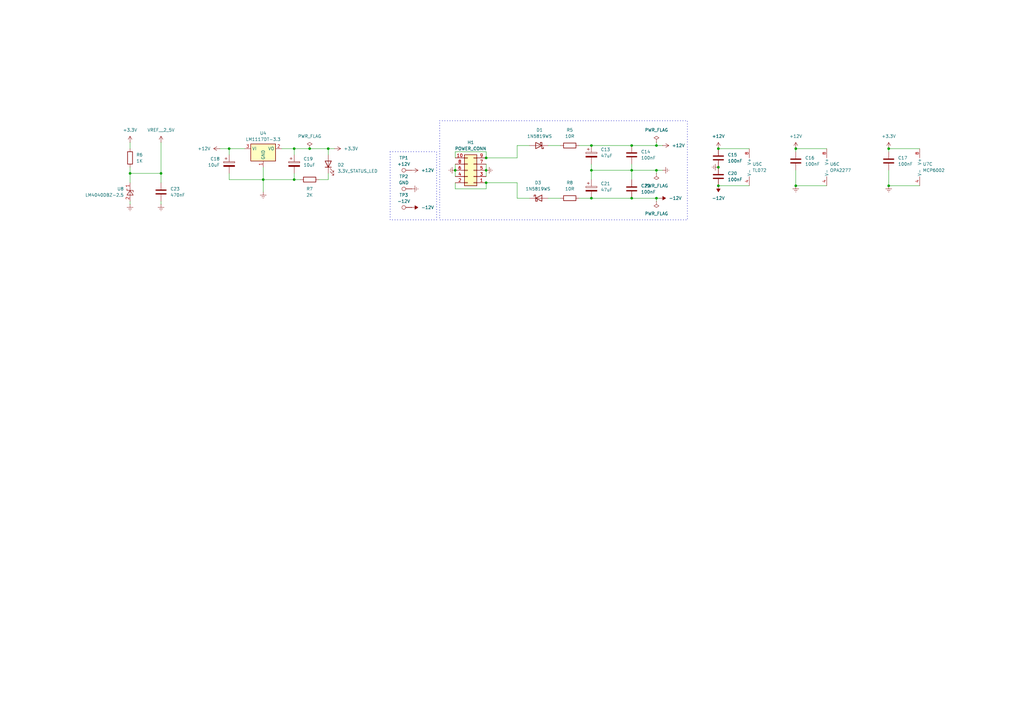
<source format=kicad_sch>
(kicad_sch (version 20231120) (generator "eeschema") (generator_version "8.0")
  (paper "A3")
  (lib_symbols
    (symbol "Amplifier_Operational:MCP6002-xSN" (pin_names (offset 0.127))
      (property "Reference" "U" (at 0 5.08 0))
      (property "Value" "MCP6002-xSN" (at 0 -5.08 0))
      (symbol "MCP6002-xSN_1_1"
        (polyline (pts (xy -5.08 5.08) (xy 5.08 0) (xy -5.08 -5.08) (xy -5.08 5.08)) (stroke (width 0.254)) (fill (type background)))
        (pin output line (at 7.62 0 180) (length 2.54) (name "~") (number "1"))
        (pin input line (at -7.62 -2.54 0) (length 2.54) (name "-") (number "2"))
        (pin input line (at -7.62 2.54 0) (length 2.54) (name "+") (number "3"))
      )
      (symbol "MCP6002-xSN_2_1"
        (polyline (pts (xy -5.08 5.08) (xy 5.08 0) (xy -5.08 -5.08) (xy -5.08 5.08)) (stroke (width 0.254)) (fill (type background)))
        (pin input line (at -7.62 2.54 0) (length 2.54) (name "+") (number "5"))
        (pin input line (at -7.62 -2.54 0) (length 2.54) (name "-") (number "6"))
        (pin output line (at 7.62 0 180) (length 2.54) (name "~") (number "7"))
      )
      (symbol "MCP6002-xSN_3_1"
        (pin power_in line (at -2.54 -7.62 90) (length 3.81) (name "V-") (number "4"))
        (pin power_in line (at -2.54 7.62 270) (length 3.81) (name "V+") (number "8"))
      )
    )
    (symbol "Amplifier_Operational:OPA2277" (pin_names (offset 0.127))
      (property "Reference" "U" (at 0 5.08 0))
      (property "Value" "OPA2277" (at 0 -5.08 0))
      (symbol "OPA2277_1_1"
        (polyline (pts (xy -5.08 5.08) (xy 5.08 0) (xy -5.08 -5.08) (xy -5.08 5.08)) (stroke (width 0.254)) (fill (type background)))
        (pin output line (at 7.62 0 180) (length 2.54) (name "~") (number "1"))
        (pin input line (at -7.62 -2.54 0) (length 2.54) (name "-") (number "2"))
        (pin input line (at -7.62 2.54 0) (length 2.54) (name "+") (number "3"))
      )
      (symbol "OPA2277_2_1"
        (polyline (pts (xy -5.08 5.08) (xy 5.08 0) (xy -5.08 -5.08) (xy -5.08 5.08)) (stroke (width 0.254)) (fill (type background)))
        (pin input line (at -7.62 2.54 0) (length 2.54) (name "+") (number "5"))
        (pin input line (at -7.62 -2.54 0) (length 2.54) (name "-") (number "6"))
        (pin output line (at 7.62 0 180) (length 2.54) (name "~") (number "7"))
      )
      (symbol "OPA2277_3_1"
        (pin power_in line (at -2.54 -7.62 90) (length 3.81) (name "V-") (number "4"))
        (pin power_in line (at -2.54 7.62 270) (length 3.81) (name "V+") (number "8"))
      )
    )
    (symbol "Amplifier_Operational:TL072" (pin_names (offset 0.127))
      (property "Reference" "U" (at 0 5.08 0))
      (property "Value" "TL072" (at 0 -5.08 0))
      (symbol "TL072_1_1"
        (polyline (pts (xy -5.08 5.08) (xy 5.08 0) (xy -5.08 -5.08) (xy -5.08 5.08)) (stroke (width 0.254)) (fill (type background)))
        (pin output line (at 7.62 0 180) (length 2.54) (name "~") (number "1"))
        (pin input line (at -7.62 -2.54 0) (length 2.54) (name "-") (number "2"))
        (pin input line (at -7.62 2.54 0) (length 2.54) (name "+") (number "3"))
      )
      (symbol "TL072_2_1"
        (polyline (pts (xy -5.08 5.08) (xy 5.08 0) (xy -5.08 -5.08) (xy -5.08 5.08)) (stroke (width 0.254)) (fill (type background)))
        (pin input line (at -7.62 2.54 0) (length 2.54) (name "+") (number "5"))
        (pin input line (at -7.62 -2.54 0) (length 2.54) (name "-") (number "6"))
        (pin output line (at 7.62 0 180) (length 2.54) (name "~") (number "7"))
      )
      (symbol "TL072_3_1"
        (pin power_in line (at -2.54 -7.62 90) (length 3.81) (name "V-") (number "4"))
        (pin power_in line (at -2.54 7.62 270) (length 3.81) (name "V+") (number "8"))
      )
    )
    (symbol "Connector:TestPoint" (pin_numbers hide) (pin_names (offset 0.762) hide)
      (property "Reference" "TP" (at 0 6.858 0))
      (property "Value" "TestPoint" (at 0 5.08 0))
      (symbol "TestPoint_0_1"
        (circle (center 0 3.302) (radius 0.762))
      )
      (symbol "TestPoint_1_1"
        (pin passive line (at 0 0 90) (length 2.54) (name "1") (number "1"))
      )
    )
    (symbol "Device:C" (pin_numbers hide) (pin_names (offset 0.254))
      (property "Reference" "C" (at 0.635 2.54 0))
      (property "Value" "C" (at 0.635 -2.54 0))
      (symbol "C_0_1"
        (polyline (pts (xy -2.032 -0.762) (xy 2.032 -0.762)) (stroke (width 0.508)))
        (polyline (pts (xy -2.032 0.762) (xy 2.032 0.762)) (stroke (width 0.508)))
      )
      (symbol "C_1_1"
        (pin passive line (at 0 3.81 270) (length 2.794) (name "~") (number "1"))
        (pin passive line (at 0 -3.81 90) (length 2.794) (name "~") (number "2"))
      )
    )
    (symbol "Device:C_Polarized" (pin_numbers hide) (pin_names (offset 0.254))
      (property "Reference" "C" (at 0.635 2.54 0))
      (property "Value" "C_Polarized" (at 0.635 -2.54 0))
      (symbol "C_Polarized_0_1"
        (rectangle (start -2.286 0.508) (end 2.286 1.016))
        (polyline (pts (xy -1.778 2.286) (xy -0.762 2.286)))
        (polyline (pts (xy -1.27 2.794) (xy -1.27 1.778)))
        (rectangle (start 2.286 -0.508) (end -2.286 -1.016) (fill (type outline)))
      )
      (symbol "C_Polarized_1_1"
        (pin passive line (at 0 3.81 270) (length 2.794) (name "~") (number "1"))
        (pin passive line (at 0 -3.81 90) (length 2.794) (name "~") (number "2"))
      )
    )
    (symbol "Device:LED" (pin_numbers hide) (pin_names (offset 1.016) hide)
      (property "Reference" "D" (at 0 2.54 0))
      (property "Value" "LED" (at 0 -2.54 0))
      (symbol "LED_0_1"
        (polyline (pts (xy -1.27 -1.27) (xy -1.27 1.27)) (stroke (width 0.254)))
        (polyline (pts (xy -1.27 0) (xy 1.27 0)))
        (polyline (pts (xy 1.27 -1.27) (xy 1.27 1.27) (xy -1.27 0) (xy 1.27 -1.27)) (stroke (width 0.254)))
        (polyline (pts (xy -3.048 -0.762) (xy -4.572 -2.286) (xy -3.81 -2.286) (xy -4.572 -2.286) (xy -4.572 -1.524)))
        (polyline (pts (xy -1.778 -0.762) (xy -3.302 -2.286) (xy -2.54 -2.286) (xy -3.302 -2.286) (xy -3.302 -1.524)))
      )
      (symbol "LED_1_1"
        (pin passive line (at -3.81 0 0) (length 2.54) (name "K") (number "1"))
        (pin passive line (at 3.81 0 180) (length 2.54) (name "A") (number "2"))
      )
    )
    (symbol "Device:R" (pin_numbers hide) (pin_names (offset 0))
      (property "Reference" "R" (at 2.032 0 90))
      (property "Value" "R" (at 0 0 90))
      (symbol "R_0_1"
        (rectangle (start -1.016 -2.54) (end 1.016 2.54) (stroke (width 0.254)))
      )
      (symbol "R_1_1"
        (pin passive line (at 0 3.81 270) (length 1.27) (name "~") (number "1"))
        (pin passive line (at 0 -3.81 90) (length 1.27) (name "~") (number "2"))
      )
    )
    (symbol "Diode:1N5819WS" (pin_numbers hide) (pin_names (offset 1.016) hide)
      (property "Reference" "D" (at 0 2.54 0))
      (property "Value" "1N5819WS" (at 0 -2.54 0))
      (symbol "1N5819WS_0_1"
        (polyline (pts (xy 1.27 0) (xy -1.27 0)))
        (polyline (pts (xy 1.27 1.27) (xy 1.27 -1.27) (xy -1.27 0) (xy 1.27 1.27)) (stroke (width 0.254)))
        (polyline (pts (xy -1.905 0.635) (xy -1.905 1.27) (xy -1.27 1.27) (xy -1.27 -1.27) (xy -0.635 -1.27) (xy -0.635 -0.635)) (stroke (width 0.254)))
      )
      (symbol "1N5819WS_1_1"
        (pin passive line (at -3.81 0 0) (length 2.54) (name "K") (number "1"))
        (pin passive line (at 3.81 0 180) (length 2.54) (name "A") (number "2"))
      )
    )
    (symbol "Reference_Voltage:LM4040DBZ-2.5" (pin_names (offset 0.0254) hide)
      (property "Reference" "U" (at 0 2.54 0))
      (property "Value" "LM4040DBZ-2.5" (at 0 -3.175 0))
      (symbol "LM4040DBZ-2.5_0_1"
        (polyline (pts (xy -1.27 0) (xy 0 0) (xy 1.27 0)))
        (polyline (pts (xy -1.27 -1.27) (xy 0.635 0) (xy -1.27 1.27) (xy -1.27 -1.27)) (stroke (width 0.2032)))
        (polyline (pts (xy 0 -1.27) (xy 0.635 -1.27) (xy 0.635 1.27) (xy 1.27 1.27)) (stroke (width 0.2032)))
      )
      (symbol "LM4040DBZ-2.5_1_1"
        (pin passive line (at 3.81 0 180) (length 2.54) (name "K") (number "1"))
        (pin passive line (at -3.81 0 0) (length 2.54) (name "A") (number "2"))
        (pin no_connect line (at -1.27 0 0) (length 2.54) hide (name "NC") (number "3"))
      )
    )
    (symbol "Regulator_Linear:LM1117DT-3.3"
      (property "Reference" "U" (at -3.81 3.175 0))
      (property "Value" "LM1117DT-3.3" (at 0 3.175 0))
      (symbol "LM1117DT-3.3_0_1"
        (rectangle (start -5.08 -5.08) (end 5.08 1.905) (stroke (width 0.254)) (fill (type background)))
      )
      (symbol "LM1117DT-3.3_1_1"
        (pin power_in line (at 0 -7.62 90) (length 2.54) (name "GND") (number "1"))
        (pin power_out line (at 7.62 0 180) (length 2.54) (name "VO") (number "2"))
        (pin power_in line (at -7.62 0 0) (length 2.54) (name "VI") (number "3"))
      )
    )
    (symbol "power:+12V" (power) (pin_numbers hide) (pin_names (offset 0) hide)
      (property "Value" "+12V" (at 0 3.556 0))
      (symbol "+12V_0_1"
        (polyline (pts (xy -0.762 1.27) (xy 0 2.54)))
        (polyline (pts (xy 0 0) (xy 0 2.54)))
        (polyline (pts (xy 0 2.54) (xy 0.762 1.27)))
      )
      (symbol "+12V_1_1"
        (pin power_in line (at 0 0 90) (length 0) (name "~") (number "1"))
      )
    )
    (symbol "power:+3.3V" (power) (pin_numbers hide) (pin_names (offset 0) hide)
      (property "Value" "+3.3V" (at 0 3.556 0))
      (symbol "+3.3V_0_1"
        (polyline (pts (xy -0.762 1.27) (xy 0 2.54)))
        (polyline (pts (xy 0 0) (xy 0 2.54)))
        (polyline (pts (xy 0 2.54) (xy 0.762 1.27)))
      )
      (symbol "+3.3V_1_1"
        (pin power_in line (at 0 0 90) (length 0) (name "~") (number "1"))
      )
    )
    (symbol "power:-12V" (power) (pin_numbers hide) (pin_names (offset 0) hide)
      (property "Value" "-12V" (at 0 3.556 0))
      (symbol "-12V_0_0"
        (pin power_in line (at 0 0 90) (length 0) (name "~") (number "1"))
      )
      (symbol "-12V_0_1"
        (polyline (pts (xy 0 0) (xy 0 1.27) (xy 0.762 1.27) (xy 0 2.54) (xy -0.762 1.27) (xy 0 1.27)) (fill (type outline)))
      )
    )
    (symbol "power:GNDREF" (power) (pin_numbers hide) (pin_names (offset 0) hide)
      (property "Value" "GNDREF" (at 0 -3.81 0))
      (symbol "GNDREF_0_1"
        (polyline (pts (xy -0.635 -1.905) (xy 0.635 -1.905)))
        (polyline (pts (xy -0.127 -2.54) (xy 0.127 -2.54)))
        (polyline (pts (xy 0 -1.27) (xy 0 0)))
        (polyline (pts (xy 1.27 -1.27) (xy -1.27 -1.27)))
      )
      (symbol "GNDREF_1_1"
        (pin power_in line (at 0 0 270) (length 0) (name "~") (number "1"))
      )
    )
    (symbol "power:PWR_FLAG" (power) (pin_numbers hide) (pin_names (offset 0) hide)
      (property "Value" "PWR_FLAG" (at 0 3.81 0))
      (symbol "PWR_FLAG_0_0"
        (pin power_out line (at 0 0 90) (length 0) (name "~") (number "1"))
      )
      (symbol "PWR_FLAG_0_1"
        (polyline (pts (xy 0 0) (xy 0 1.27) (xy -1.016 1.905) (xy 0 2.54) (xy 1.016 1.905) (xy 0 1.27)))
      )
    )
    (symbol "power:VAA" (power) (pin_numbers hide) (pin_names (offset 0) hide)
      (property "Value" "VAA" (at 0 3.556 0))
      (symbol "VAA_0_1"
        (polyline (pts (xy -0.762 1.27) (xy 0 2.54)))
        (polyline (pts (xy 0 0) (xy 0 2.54)))
        (polyline (pts (xy 0 2.54) (xy 0.762 1.27)))
      )
      (symbol "VAA_1_1"
        (pin power_in line (at 0 0 90) (length 0) (name "~") (number "1"))
      )
    )
    (symbol "synth:Conn_02x05_EuroRack_Power" (pin_names (offset 1.016) hide)
      (property "Reference" "H13" (at 0 -11.43 0))
      (property "Value" "Conn_02x05_PWR_Eurorack" (at 0 -8.89 0))
      (symbol "Conn_02x05_EuroRack_Power_1_1"
        (rectangle (start -2.54 -4.953) (end -1.27 -5.207) (stroke (width 0.1524)))
        (rectangle (start -2.54 -2.413) (end -1.27 -2.667) (stroke (width 0.1524)))
        (rectangle (start -2.54 0.127) (end -1.27 -0.127) (stroke (width 0.1524)))
        (rectangle (start -2.54 2.667) (end -1.27 2.413) (stroke (width 0.1524)))
        (rectangle (start -2.54 5.207) (end -1.27 4.953) (stroke (width 0.1524)))
        (rectangle (start -2.54 6.35) (end 2.54 -6.35) (stroke (width 0.254)) (fill (type background)))
        (rectangle (start 2.54 -4.953) (end 1.27 -5.207) (stroke (width 0.1524)))
        (rectangle (start 2.54 -2.413) (end 1.27 -2.667) (stroke (width 0.1524)))
        (rectangle (start 2.54 0.127) (end 1.27 -0.127) (stroke (width 0.1524)))
        (rectangle (start 2.54 2.667) (end 1.27 2.413) (stroke (width 0.1524)))
        (rectangle (start 2.54 5.207) (end 1.27 4.953) (stroke (width 0.1524)))
        (pin passive line (at -6.35 5.08 0) (length 3.81) (name "Pin_1") (number "1"))
        (pin passive line (at 6.35 -5.08 180) (length 3.81) (name "Pin_10") (number "10"))
        (pin passive line (at 6.35 5.08 180) (length 3.81) (name "Pin_2") (number "2"))
        (pin passive line (at -6.35 2.54 0) (length 3.81) (name "Pin_3") (number "3"))
        (pin passive line (at 6.35 2.54 180) (length 3.81) (name "Pin_4") (number "4"))
        (pin passive line (at -6.35 0 0) (length 3.81) (name "Pin_5") (number "5"))
        (pin passive line (at 6.35 0 180) (length 3.81) (name "Pin_6") (number "6"))
        (pin passive line (at -6.35 -2.54 0) (length 3.81) (name "Pin_7") (number "7"))
        (pin passive line (at 6.35 -2.54 180) (length 3.81) (name "Pin_8") (number "8"))
        (pin passive line (at -6.35 -5.08 0) (length 3.81) (name "Pin_9") (number "9"))
      )
    )
  )
  (junction (at 294.64 76.2))
  (junction (at 259.08 59.69))
  (junction (at 259.08 81.28))
  (junction (at 364.49 60.96))
  (junction (at 53.34 71.12))
  (junction (at 107.95 73.66))
  (junction (at 199.39 69.85))
  (junction (at 199.39 64.77))
  (junction (at 326.39 76.2))
  (junction (at 120.65 60.96))
  (junction (at 294.64 60.96))
  (junction (at 269.24 81.28))
  (junction (at 259.08 69.85))
  (junction (at 120.65 73.66))
  (junction (at 242.57 69.85))
  (junction (at 127 60.96))
  (junction (at 242.57 59.69))
  (junction (at 364.49 76.2))
  (junction (at 186.69 69.85))
  (junction (at 134.62 60.96))
  (junction (at 269.24 59.69))
  (junction (at 242.57 81.28))
  (junction (at 294.64 68.58))
  (junction (at 269.24 69.85))
  (junction (at 199.39 74.93))
  (junction (at 326.39 60.96))
  (junction (at 66.04 71.12))
  (junction (at 93.98 60.96))
  (wire (pts (xy 66.04 82.55) (xy 66.04 83.82)))
  (wire (pts (xy 93.98 60.96) (xy 100.33 60.96)))
  (wire (pts (xy 294.64 76.2) (xy 307.34 76.2)))
  (wire (pts (xy 269.24 69.85) (xy 271.78 69.85)))
  (wire (pts (xy 199.39 64.77) (xy 199.39 62.23)))
  (wire (pts (xy 90.17 60.96) (xy 93.98 60.96)))
  (wire (pts (xy 199.39 74.93) (xy 212.09 74.93)))
  (wire (pts (xy 93.98 73.66) (xy 107.95 73.66)))
  (wire (pts (xy 326.39 76.2) (xy 339.09 76.2)))
  (wire (pts (xy 212.09 74.93) (xy 212.09 81.28)))
  (wire (pts (xy 107.95 73.66) (xy 120.65 73.66)))
  (wire (pts (xy 186.69 67.31) (xy 186.69 69.85)))
  (wire (pts (xy 107.95 68.58) (xy 107.95 73.66)))
  (wire (pts (xy 199.39 69.85) (xy 199.39 72.39)))
  (wire (pts (xy 186.69 62.23) (xy 186.69 64.77)))
  (wire (pts (xy 269.24 58.42) (xy 269.24 59.69)))
  (wire (pts (xy 134.62 73.66) (xy 130.81 73.66)))
  (wire (pts (xy 259.08 67.31) (xy 259.08 69.85)))
  (wire (pts (xy 212.09 81.28) (xy 217.17 81.28)))
  (wire (pts (xy 186.69 77.47) (xy 199.39 77.47)))
  (wire (pts (xy 269.24 81.28) (xy 270.51 81.28)))
  (wire (pts (xy 242.57 69.85) (xy 259.08 69.85)))
  (wire (pts (xy 212.09 64.77) (xy 199.39 64.77)))
  (wire (pts (xy 326.39 60.96) (xy 339.09 60.96)))
  (wire (pts (xy 242.57 69.85) (xy 242.57 73.66)))
  (wire (pts (xy 199.39 77.47) (xy 199.39 74.93)))
  (wire (pts (xy 137.16 60.96) (xy 134.62 60.96)))
  (wire (pts (xy 212.09 59.69) (xy 212.09 64.77)))
  (wire (pts (xy 53.34 58.42) (xy 53.34 60.96)))
  (wire (pts (xy 237.49 81.28) (xy 242.57 81.28)))
  (wire (pts (xy 120.65 63.5) (xy 120.65 60.96)))
  (wire (pts (xy 53.34 68.58) (xy 53.34 71.12)))
  (wire (pts (xy 224.79 81.28) (xy 229.87 81.28)))
  (wire (pts (xy 364.49 76.2) (xy 364.49 69.85)))
  (wire (pts (xy 66.04 71.12) (xy 66.04 74.93)))
  (wire (pts (xy 237.49 59.69) (xy 242.57 59.69)))
  (wire (pts (xy 269.24 59.69) (xy 271.78 59.69)))
  (wire (pts (xy 93.98 73.66) (xy 93.98 71.12)))
  (wire (pts (xy 364.49 62.23) (xy 364.49 60.96)))
  (wire (pts (xy 134.62 71.12) (xy 134.62 73.66)))
  (wire (pts (xy 259.08 69.85) (xy 269.24 69.85)))
  (wire (pts (xy 294.64 60.96) (xy 307.34 60.96)))
  (wire (pts (xy 127 60.96) (xy 120.65 60.96)))
  (wire (pts (xy 120.65 60.96) (xy 115.57 60.96)))
  (wire (pts (xy 269.24 82.55) (xy 269.24 81.28)))
  (wire (pts (xy 186.69 69.85) (xy 186.69 72.39)))
  (wire (pts (xy 212.09 59.69) (xy 217.17 59.69)))
  (wire (pts (xy 93.98 63.5) (xy 93.98 60.96)))
  (wire (pts (xy 199.39 67.31) (xy 199.39 69.85)))
  (wire (pts (xy 326.39 62.23) (xy 326.39 60.96)))
  (wire (pts (xy 259.08 81.28) (xy 269.24 81.28)))
  (wire (pts (xy 259.08 59.69) (xy 269.24 59.69)))
  (wire (pts (xy 326.39 69.85) (xy 326.39 76.2)))
  (wire (pts (xy 186.69 74.93) (xy 186.69 77.47)))
  (wire (pts (xy 107.95 78.74) (xy 107.95 73.66)))
  (wire (pts (xy 242.57 67.31) (xy 242.57 69.85)))
  (wire (pts (xy 127 60.96) (xy 134.62 60.96)))
  (wire (pts (xy 134.62 63.5) (xy 134.62 60.96)))
  (wire (pts (xy 199.39 62.23) (xy 186.69 62.23)))
  (wire (pts (xy 66.04 58.42) (xy 66.04 71.12)))
  (wire (pts (xy 120.65 73.66) (xy 123.19 73.66)))
  (wire (pts (xy 120.65 71.12) (xy 120.65 73.66)))
  (wire (pts (xy 364.49 76.2) (xy 377.19 76.2)))
  (wire (pts (xy 53.34 71.12) (xy 53.34 74.93)))
  (wire (pts (xy 242.57 59.69) (xy 259.08 59.69)))
  (wire (pts (xy 259.08 69.85) (xy 259.08 73.66)))
  (wire (pts (xy 269.24 71.12) (xy 269.24 69.85)))
  (wire (pts (xy 242.57 81.28) (xy 259.08 81.28)))
  (wire (pts (xy 53.34 82.55) (xy 53.34 83.82)))
  (wire (pts (xy 224.79 59.69) (xy 229.87 59.69)))
  (wire (pts (xy 53.34 71.12) (xy 66.04 71.12)))
  (wire (pts (xy 364.49 60.96) (xy 377.19 60.96)))
  (rectangle (start 160.02 62.23) (end 179.07 90.17) (stroke (width 0.254) (type dot)))
  (rectangle (start 180.34 49.53) (end 281.94 90.17) (stroke (width 0.25) (type dot)))
  (symbol (lib_id "power:GNDREF") (at 326.39 76.2 0) (unit 1)
    (property "Reference" "#PWR042" (effects (hide yes)))
    (property "Value" "GNDREF" (effects (hide yes)))
    (property "Description" "Power symbol creates a global label with name \"GNDREF\" , reference supply ground" (effects (hide yes)))
  )
  (symbol (lib_id "power:+3.3V") (at 137.16 60.96 270) (unit 1)
    (property "Reference" "#PWR032" (effects (hide yes)))
    (property "Value" "+3.3V" (at 140.97 60.9599 90) (effects (justify left)))
    (property "Description" "Power symbol creates a global label with name \"+3.3V\"" (effects (hide yes)))
  )
  (symbol (lib_id "Device:C") (at 259.08 63.5 0) (unit 1)
    (property "Reference" "C14" (at 262.89 62.2299 0) (effects (justify left)))
    (property "Value" "100nF" (at 262.89 64.7699 0) (effects (justify left)))
    (property "Footprint" "Capacitor_SMD:C_0805_2012Metric_Pad1.18x1.45mm_HandSolder" (effects (hide yes)))
    (property "Description" "Unpolarized capacitor" (effects (hide yes)))
  )
  (symbol (lib_id "power:+12V") (at 271.78 59.69 270) (unit 1)
    (property "Reference" "#PWR030" (effects (hide yes)))
    (property "Value" "+12V" (at 275.59 59.6899 90) (effects (justify left)))
    (property "Description" "Power symbol creates a global label with name \"+12V\"" (effects (hide yes)))
  )
  (symbol (lib_id "power:GNDREF") (at 107.95 78.74 0) (unit 1)
    (property "Reference" "#PWR045" (effects (hide yes)))
    (property "Value" "GNDREF" (effects (hide yes)))
    (property "Description" "Power symbol creates a global label with name \"GNDREF\" , reference supply ground" (effects (hide yes)))
  )
  (symbol (lib_id "Device:C") (at 294.64 64.77 0) (unit 1)
    (property "Reference" "C15" (at 298.45 63.4999 0) (effects (justify left)))
    (property "Value" "100nF" (at 298.45 66.0399 0) (effects (justify left)))
    (property "Footprint" "Capacitor_SMD:C_0805_2012Metric_Pad1.18x1.45mm_HandSolder" (effects (hide yes)))
    (property "Description" "Unpolarized capacitor" (effects (hide yes)))
  )
  (symbol (lib_id "Device:R") (at 233.68 81.28 90) (unit 1)
    (property "Reference" "R8" (at 233.68 74.93 90))
    (property "Value" "10R" (at 233.68 77.47 90))
    (property "Footprint" "Resistor_SMD:R_0805_2012Metric_Pad1.20x1.40mm_HandSolder" (effects (hide yes)))
    (property "Description" "Resistor" (effects (hide yes)))
  )
  (symbol (lib_id "Connector:TestPoint") (at 168.91 85.09 90) (unit 1) (in_bom no)
    (property "Reference" "TP3" (at 165.608 80.01 90))
    (property "Value" "-12V" (at 165.608 82.55 90))
    (property "Footprint" "Connector_Pin:Pin_D1.0mm_L10.0mm" (effects (hide yes)))
    (property "Description" "test point" (effects (hide yes)))
  )
  (symbol (lib_id "power:PWR_FLAG") (at 269.24 58.42 0) (unit 1) (exclude_from_sim yes) (in_bom no)
    (property "Reference" "#FLG02" (effects (hide yes)))
    (property "Value" "PWR_FLAG" (at 269.24 53.34 0))
    (property "Description" "Special symbol for telling ERC where power comes from" (effects (hide yes)))
  )
  (symbol (lib_id "Amplifier_Operational:OPA2277") (at 341.63 68.58 0) (unit 3)
    (property "Reference" "U6" (at 340.36 67.3099 0) (effects (justify left)))
    (property "Value" "OPA2277" (at 340.36 69.8499 0) (effects (justify left)))
    (property "Footprint" "Synth:SOIC-8" (effects (hide yes)))
    (property "Datasheet" "https://www.ti.com/lit/ds/symlink/opa2277.pdf" (effects (hide yes)))
    (property "Description" "Dual High Precision Operational Amplifiers, DIP-8/SOIC-8" (effects (hide yes)))
  )
  (symbol (lib_id "Reference_Voltage:LM4040DBZ-2.5") (at 53.34 78.74 90) (unit 1)
    (property "Reference" "U8" (at 50.8 77.4699 90) (effects (justify left)))
    (property "Value" "LM4040DBZ-2.5" (at 50.8 80.0099 90) (effects (justify left)))
    (property "Footprint" "Package_TO_SOT_SMD:SOT-23" (effects (hide yes)))
    (property "Datasheet" "http://www.ti.com/lit/ds/symlink/lm4040-n.pdf" (effects (hide yes)))
    (property "Description" "2.500V Precision Micropower Shunt Voltage Reference, SOT-23" (effects (hide yes)))
  )
  (symbol (lib_id "power:+3.3V") (at 53.34 58.42 0) (unit 1)
    (property "Reference" "#PWR028" (effects (hide yes)))
    (property "Value" "+3.3V" (at 53.34 53.34 0))
    (property "Description" "Power symbol creates a global label with name \"+3.3V\"" (effects (hide yes)))
  )
  (symbol (lib_id "Device:C_Polarized") (at 120.65 67.31 0) (unit 1)
    (property "Reference" "C19" (at 124.46 65.1509 0) (effects (justify left)))
    (property "Value" "10uF" (at 124.46 67.6909 0) (effects (justify left)))
    (property "Footprint" "Capacitor_THT:CP_Radial_D4.0mm_P2.00mm" (effects (hide yes)))
    (property "Description" "Polarized capacitor" (effects (hide yes)))
  )
  (symbol (lib_id "power:GNDREF") (at 364.49 76.2 0) (unit 1)
    (property "Reference" "#PWR043" (effects (hide yes)))
    (property "Value" "GNDREF" (effects (hide yes)))
    (property "Description" "Power symbol creates a global label with name \"GNDREF\" , reference supply ground" (effects (hide yes)))
  )
  (symbol (lib_id "Diode:1N5819WS") (at 220.98 59.69 180) (unit 1)
    (property "Reference" "D1" (at 221.2975 53.34 0))
    (property "Value" "1N5819WS" (at 221.2975 55.88 0))
    (property "Footprint" "Diode_SMD:D_SOD-323_HandSoldering" (effects (hide yes)))
    (property "Datasheet" "https://datasheet.lcsc.com/lcsc/2204281430_Guangdong-Hottech-1N5819WS_C191023.pdf" (effects (hide yes)))
    (property "Description" "40V 600mV@1A 1A SOD-323 Schottky Barrier Diodes, SOD-323" (effects (hide yes)))
  )
  (symbol (lib_id "Device:C_Polarized") (at 242.57 63.5 0) (unit 1)
    (property "Reference" "C13" (at 246.38 61.3409 0) (effects (justify left)))
    (property "Value" "47uF" (at 246.38 63.8809 0) (effects (justify left)))
    (property "Footprint" "Capacitor_THT:CP_Radial_D6.3mm_P2.50mm" (effects (hide yes)))
    (property "Description" "Polarized capacitor" (effects (hide yes)))
  )
  (symbol (lib_id "Connector:TestPoint") (at 168.91 77.47 90) (unit 1) (in_bom no)
    (property "Reference" "TP2" (at 165.608 72.39 90))
    (property "Value" "GND" (at 165.608 74.93 90))
    (property "Footprint" "Connector_Pin:Pin_D1.0mm_L10.0mm" (effects (hide yes)))
    (property "Description" "test point" (effects (hide yes)))
  )
  (symbol (lib_id "power:+12V") (at 90.17 60.96 90) (unit 1)
    (property "Reference" "#PWR031" (effects (hide yes)))
    (property "Value" "+12V" (at 86.36 60.9599 90) (effects (justify left)))
    (property "Description" "Power symbol creates a global label with name \"+12V\"" (effects (hide yes)))
  )
  (symbol (lib_id "power:GNDREF") (at 66.04 83.82 0) (unit 1)
    (property "Reference" "#PWR048" (effects (hide yes)))
    (property "Value" "GNDREF" (effects (hide yes)))
    (property "Description" "Power symbol creates a global label with name \"GNDREF\" , reference supply ground" (effects (hide yes)))
  )
  (symbol (lib_id "Device:C") (at 326.39 66.04 0) (unit 1)
    (property "Reference" "C16" (at 330.2 64.7699 0) (effects (justify left)))
    (property "Value" "100nF" (at 330.2 67.3099 0) (effects (justify left)))
    (property "Footprint" "Capacitor_SMD:C_0805_2012Metric_Pad1.18x1.45mm_HandSolder" (effects (hide yes)))
    (property "Description" "Unpolarized capacitor" (effects (hide yes)))
  )
  (symbol (lib_id "Device:R") (at 53.34 64.77 180) (unit 1)
    (property "Reference" "R6" (at 55.88 63.4999 0) (effects (justify right)))
    (property "Value" "1K" (at 55.88 66.0399 0) (effects (justify right)))
    (property "Footprint" "Resistor_SMD:R_0805_2012Metric_Pad1.20x1.40mm_HandSolder" (effects (hide yes)))
    (property "Description" "Resistor" (effects (hide yes)))
  )
  (symbol (lib_id "Device:C") (at 259.08 77.47 0) (unit 1)
    (property "Reference" "C22" (at 262.89 76.1999 0) (effects (justify left)))
    (property "Value" "100nF" (at 262.89 78.7399 0) (effects (justify left)))
    (property "Footprint" "Capacitor_SMD:C_0805_2012Metric_Pad1.18x1.45mm_HandSolder" (effects (hide yes)))
    (property "Description" "Unpolarized capacitor" (effects (hide yes)))
  )
  (symbol (lib_id "power:PWR_FLAG") (at 269.24 82.55 180) (unit 1) (exclude_from_sim yes) (in_bom no)
    (property "Reference" "#FLG05" (effects (hide yes)))
    (property "Value" "PWR_FLAG" (at 269.24 87.63 0))
    (property "Description" "Special symbol for telling ERC where power comes from" (effects (hide yes)))
  )
  (symbol (lib_id "power:GNDREF") (at 294.64 68.58 270) (unit 1)
    (property "Reference" "#PWR036" (effects (hide yes)))
    (property "Value" "GNDREF" (effects (hide yes)))
    (property "Description" "Power symbol creates a global label with name \"GNDREF\" , reference supply ground" (effects (hide yes)))
  )
  (symbol (lib_id "Regulator_Linear:LM1117DT-3.3") (at 107.95 60.96 0) (unit 1)
    (property "Reference" "U4" (at 107.95 54.61 0))
    (property "Value" "LM1117DT-3.3" (at 107.95 57.15 0))
    (property "Footprint" "Package_TO_SOT_SMD:TO-252-3_TabPin2" (effects (hide yes)))
    (property "Datasheet" "http://www.ti.com/lit/ds/symlink/lm1117.pdf" (effects (hide yes)))
    (property "Description" "800mA Low-Dropout Linear Regulator, 3.3V fixed output, TO-252" (effects (hide yes)))
  )
  (symbol (lib_id "power:PWR_FLAG") (at 127 60.96 0) (unit 1)
    (property "Reference" "#FLG03" (effects (hide yes)))
    (property "Value" "PWR_FLAG" (at 127 55.88 0))
    (property "Description" "Special symbol for telling ERC where power comes from" (effects (hide yes)))
  )
  (symbol (lib_id "Device:C_Polarized") (at 93.98 67.31 0) (unit 1)
    (property "Reference" "C18" (at 90.17 65.1509 0) (effects (justify right)))
    (property "Value" "10uF" (at 90.17 67.6909 0) (effects (justify right)))
    (property "Footprint" "Capacitor_THT:CP_Radial_D4.0mm_P2.00mm" (effects (hide yes)))
    (property "Description" "Polarized capacitor" (effects (hide yes)))
  )
  (symbol (lib_id "Device:R") (at 127 73.66 90) (unit 1)
    (property "Reference" "R7" (at 127 77.47 90))
    (property "Value" "2K" (at 127 80.01 90))
    (property "Footprint" "Resistor_SMD:R_0805_2012Metric_Pad1.20x1.40mm_HandSolder" (effects (hide yes)))
    (property "Description" "Resistor" (effects (hide yes)))
  )
  (symbol (lib_id "power:VAA") (at 66.04 58.42 0) (unit 1)
    (property "Reference" "#PWR029" (effects (hide yes)))
    (property "Value" "VREF__2_5V" (at 66.04 53.34 0))
    (property "Description" "Power symbol creates a global label with name \"VAA\"" (effects (hide yes)))
  )
  (symbol (lib_id "power:+3.3V") (at 364.49 60.96 0) (unit 1)
    (property "Reference" "#PWR035" (effects (hide yes)))
    (property "Value" "+3.3V" (at 364.49 55.88 0))
    (property "Description" "Power symbol creates a global label with name \"+3.3V\"" (effects (hide yes)))
  )
  (symbol (lib_id "Device:LED") (at 134.62 67.31 90) (unit 1)
    (property "Reference" "D2" (at 138.43 67.6274 90) (effects (justify right)))
    (property "Value" "3.3V_STATUS_LED" (at 138.43 70.1674 90) (effects (justify right)))
    (property "Footprint" "LED_SMD:LED_0805_2012Metric_Pad1.15x1.40mm_HandSolder" (effects (hide yes)))
    (property "Description" "Light emitting diode" (effects (hide yes)))
  )
  (symbol (lib_id "Amplifier_Operational:MCP6002-xSN") (at 379.73 68.58 0) (unit 3)
    (property "Reference" "U7" (at 378.46 67.3099 0) (effects (justify left)))
    (property "Value" "MCP6002" (at 378.46 69.8499 0) (effects (justify left)))
    (property "Footprint" "Synth:SOIC-8" (effects (hide yes)))
    (property "Datasheet" "http://ww1.microchip.com/downloads/en/DeviceDoc/21733j.pdf" (effects (hide yes)))
    (property "Description" "1MHz, Low-Power Op Amp, SOIC-8" (effects (hide yes)))
  )
  (symbol (lib_id "Device:C") (at 66.04 78.74 0) (unit 1)
    (property "Reference" "C23" (at 69.85 77.4699 0) (effects (justify left)))
    (property "Value" "470nF" (at 69.85 80.0099 0) (effects (justify left)))
    (property "Footprint" "Capacitor_SMD:C_0805_2012Metric_Pad1.18x1.45mm_HandSolder" (effects (hide yes)))
    (property "Description" "Unpolarized capacitor" (effects (hide yes)))
  )
  (symbol (lib_id "power:PWR_FLAG") (at 269.24 71.12 180) (unit 1) (exclude_from_sim yes) (in_bom no)
    (property "Reference" "#FLG04" (effects (hide yes)))
    (property "Value" "PWR_FLAG" (at 269.24 76.2 0))
    (property "Description" "Special symbol for telling ERC where power comes from" (effects (hide yes)))
  )
  (symbol (lib_id "Diode:1N5819WS") (at 220.98 81.28 0) (unit 1)
    (property "Reference" "D3" (at 220.6625 74.93 0))
    (property "Value" "1N5819WS" (at 220.6625 77.47 0))
    (property "Footprint" "Diode_SMD:D_SOD-323_HandSoldering" (effects (hide yes)))
    (property "Datasheet" "https://datasheet.lcsc.com/lcsc/2204281430_Guangdong-Hottech-1N5819WS_C191023.pdf" (effects (hide yes)))
    (property "Description" "40V 600mV@1A 1A SOD-323 Schottky Barrier Diodes, SOD-323" (effects (hide yes)))
  )
  (symbol (lib_id "Device:C_Polarized") (at 242.57 77.47 0) (unit 1)
    (property "Reference" "C21" (at 246.38 75.3109 0) (effects (justify left)))
    (property "Value" "47uF" (at 246.38 77.8509 0) (effects (justify left)))
    (property "Footprint" "Capacitor_THT:CP_Radial_D6.3mm_P2.50mm" (effects (hide yes)))
    (property "Description" "Polarized capacitor" (effects (hide yes)))
  )
  (symbol (lib_id "Connector:TestPoint") (at 168.91 69.85 90) (unit 1) (in_bom no)
    (property "Reference" "TP1" (at 165.608 64.77 90))
    (property "Value" "+12V" (at 165.608 67.31 90))
    (property "Footprint" "Connector_Pin:Pin_D1.0mm_L10.0mm" (effects (hide yes)))
    (property "Description" "test point" (effects (hide yes)))
  )
  (symbol (lib_id "synth:Conn_02x05_EuroRack_Power") (at 193.04 69.85 180) (unit 1)
    (property "Reference" "H1" (at 193.04 58.42 0))
    (property "Value" "POWER_CONN" (at 193.04 60.96 0))
    (property "Footprint" "Synth:IDC-Header_2x05_P2.54mm_Vertical" (effects (hide yes)))
  )
  (symbol (lib_id "power:GNDREF") (at 199.39 69.85 90) (unit 1)
    (property "Reference" "#PWR039" (effects (hide yes)))
    (property "Value" "GNDREF" (effects (hide yes)))
    (property "Description" "Power symbol creates a global label with name \"GNDREF\" , reference supply ground" (effects (hide yes)))
  )
  (symbol (lib_id "power:+12V") (at 326.39 60.96 0) (unit 1)
    (property "Reference" "#PWR034" (effects (hide yes)))
    (property "Value" "+12V" (at 326.39 55.88 0))
    (property "Description" "Power symbol creates a global label with name \"+12V\"" (effects (hide yes)))
  )
  (symbol (lib_id "Amplifier_Operational:TL072") (at 309.88 68.58 0) (unit 3)
    (property "Reference" "U5" (at 308.61 67.3099 0) (effects (justify left)))
    (property "Value" "TL072" (at 308.61 69.8499 0) (effects (justify left)))
    (property "Footprint" "Synth:SOIC-8" (effects (hide yes)))
    (property "Datasheet" "http://www.ti.com/lit/ds/symlink/tl071.pdf" (effects (hide yes)))
    (property "Description" "Dual Low-Noise JFET-Input Operational Amplifiers, DIP-8/SOIC-8" (effects (hide yes)))
  )
  (symbol (lib_id "power:GNDREF") (at 53.34 83.82 0) (unit 1)
    (property "Reference" "#PWR047" (effects (hide yes)))
    (property "Value" "GNDREF" (effects (hide yes)))
    (property "Description" "Power symbol creates a global label with name \"GNDREF\" , reference supply ground" (effects (hide yes)))
  )
  (symbol (lib_id "power:GNDREF") (at 271.78 69.85 90) (unit 1)
    (property "Reference" "#PWR040" (effects (hide yes)))
    (property "Value" "GNDREF" (effects (hide yes)))
    (property "Description" "Power symbol creates a global label with name \"GNDREF\" , reference supply ground" (effects (hide yes)))
  )
  (symbol (lib_id "Device:C") (at 364.49 66.04 0) (unit 1)
    (property "Reference" "C17" (at 368.3 64.7699 0) (effects (justify left)))
    (property "Value" "100nF" (at 368.3 67.3099 0) (effects (justify left)))
    (property "Footprint" "Capacitor_SMD:C_0805_2012Metric_Pad1.18x1.45mm_HandSolder" (effects (hide yes)))
    (property "Description" "Unpolarized capacitor" (effects (hide yes)))
  )
  (symbol (lib_id "power:GNDREF") (at 186.69 69.85 270) (unit 1)
    (property "Reference" "#PWR038" (effects (hide yes)))
    (property "Value" "GNDREF" (effects (hide yes)))
    (property "Description" "Power symbol creates a global label with name \"GNDREF\" , reference supply ground" (effects (hide yes)))
  )
  (symbol (lib_id "power:-12V") (at 294.64 76.2 180) (unit 1)
    (property "Reference" "#PWR041" (effects (hide yes)))
    (property "Value" "-12V" (at 294.64 81.28 0))
    (property "Description" "Power symbol creates a global label with name \"-12V\"" (effects (hide yes)))
  )
  (symbol (lib_id "power:-12V") (at 168.91 85.09 270) (unit 1)
    (property "Reference" "#PWR049" (effects (hide yes)))
    (property "Value" "-12V" (at 172.72 85.0899 90) (effects (justify left)))
    (property "Description" "Power symbol creates a global label with name \"-12V\"" (effects (hide yes)))
  )
  (symbol (lib_id "Device:C") (at 294.64 72.39 0) (unit 1)
    (property "Reference" "C20" (at 298.45 71.1199 0) (effects (justify left)))
    (property "Value" "100nF" (at 298.45 73.6599 0) (effects (justify left)))
    (property "Footprint" "Capacitor_SMD:C_0805_2012Metric_Pad1.18x1.45mm_HandSolder" (effects (hide yes)))
    (property "Description" "Unpolarized capacitor" (effects (hide yes)))
  )
  (symbol (lib_id "Device:R") (at 233.68 59.69 90) (unit 1)
    (property "Reference" "R5" (at 233.68 53.34 90))
    (property "Value" "10R" (at 233.68 55.88 90))
    (property "Footprint" "Resistor_SMD:R_0805_2012Metric_Pad1.20x1.40mm_HandSolder" (effects (hide yes)))
    (property "Description" "Resistor" (effects (hide yes)))
  )
  (symbol (lib_id "power:GNDREF") (at 168.91 77.47 90) (unit 1)
    (property "Reference" "#PWR044" (effects (hide yes)))
    (property "Value" "GNDREF" (effects (hide yes)))
    (property "Description" "Power symbol creates a global label with name \"GNDREF\" , reference supply ground" (effects (hide yes)))
  )
  (symbol (lib_id "power:+12V") (at 294.64 60.96 0) (unit 1)
    (property "Reference" "#PWR033" (effects (hide yes)))
    (property "Value" "+12V" (at 294.64 55.88 0))
    (property "Description" "Power symbol creates a global label with name \"+12V\"" (effects (hide yes)))
  )
  (symbol (lib_id "power:+12V") (at 168.91 69.85 270) (unit 1)
    (property "Reference" "#PWR037" (effects (hide yes)))
    (property "Value" "+12V" (at 172.72 69.8499 90) (effects (justify left)))
    (property "Description" "Power symbol creates a global label with name \"+12V\"" (effects (hide yes)))
  )
  (symbol (lib_id "power:-12V") (at 270.51 81.28 270) (unit 1)
    (property "Reference" "#PWR046" (effects (hide yes)))
    (property "Value" "-12V" (at 274.32 81.2799 90) (effects (justify left)))
    (property "Description" "Power symbol creates a global label with name \"-12V\"" (effects (hide yes)))
  )
)
</source>
